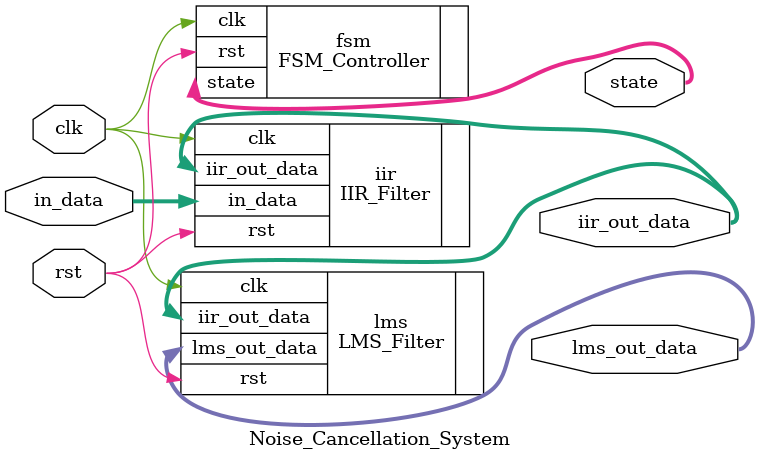
<source format=v>
module Noise_Cancellation_System(input clk, input rst, input [15:0] in_data, 
                                 output [15:0] iir_out_data, output [15:0] lms_out_data, output [1:0] state);
  
  IIR_Filter iir(.clk(clk), .rst(rst), .in_data(in_data), .iir_out_data(iir_out_data));
  LMS_Filter lms(.clk(clk), .rst(rst), .iir_out_data(iir_out_data), .lms_out_data(lms_out_data));
  FSM_Controller fsm(.clk(clk), .rst(rst), .state(state));
  
endmodule

</source>
